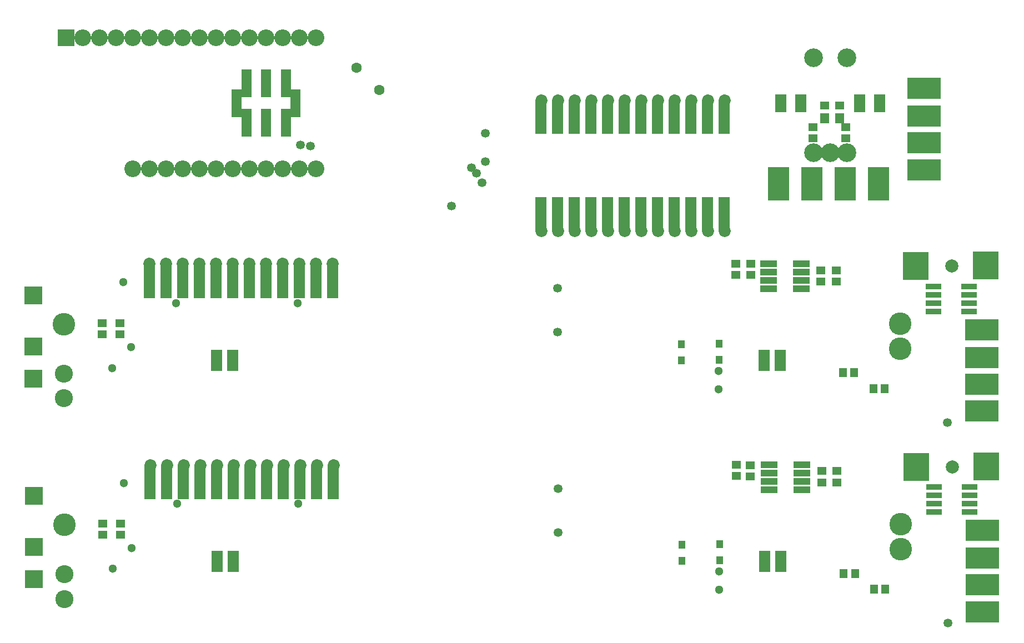
<source format=gbr>
%FSLAX34Y34*%
%MOMM*%
%LNSOLDERMASK_TOP*%
G71*
G01*
%ADD10C,2.850*%
%ADD11R,1.400X1.300*%
%ADD12R,1.400X1.650*%
%ADD13R,3.250X5.200*%
%ADD14R,1.700X2.800*%
%ADD15C,2.750*%
%ADD16C,3.450*%
%ADD17R,2.400X0.900*%
%ADD18R,4.000X4.200*%
%ADD19R,4.000X4.250*%
%ADD20R,5.200X3.250*%
%ADD21C,2.000*%
%ADD22R,1.700X3.200*%
%ADD23R,1.750X5.200*%
%ADD24R,1.100X1.250*%
%ADD25R,1.300X1.400*%
%ADD26C,1.300*%
%ADD27R,2.700X2.700*%
%ADD28R,2.600X1.000*%
%ADD29C,1.850*%
%ADD30C,1.350*%
%ADD31R,1.500X4.200*%
%ADD32C,2.550*%
%ADD33C,1.600*%
%LPD*%
X1211100Y1287700D02*
G54D10*
D03*
X1261100Y1287700D02*
G54D10*
D03*
X1236100Y1287700D02*
G54D10*
D03*
X1211100Y1432700D02*
G54D10*
D03*
X1261100Y1432700D02*
G54D10*
D03*
X1209600Y1326200D02*
G54D11*
D03*
X1209600Y1309200D02*
G54D11*
D03*
X1259600Y1326200D02*
G54D11*
D03*
X1259600Y1309200D02*
G54D11*
D03*
X1227600Y1359200D02*
G54D11*
D03*
X1227600Y1340200D02*
G54D12*
D03*
X1250600Y1359200D02*
G54D11*
D03*
X1250600Y1340200D02*
G54D12*
D03*
X1208500Y1240300D02*
G54D13*
D03*
X1259300Y1240300D02*
G54D13*
D03*
X1310100Y1240300D02*
G54D13*
D03*
X1157700Y1240300D02*
G54D13*
D03*
X1161100Y1362700D02*
G54D14*
D03*
X1191100Y1362700D02*
G54D14*
D03*
X1281100Y1362700D02*
G54D14*
D03*
X1311100Y1362700D02*
G54D14*
D03*
X67800Y913200D02*
G54D15*
D03*
X67800Y950900D02*
G54D15*
D03*
X67800Y1026300D02*
G54D16*
D03*
X1342700Y989000D02*
G54D16*
D03*
X1342700Y1026700D02*
G54D16*
D03*
X1393400Y1083500D02*
G54D17*
D03*
X1393400Y1070800D02*
G54D17*
D03*
X1393400Y1058100D02*
G54D17*
D03*
X1393400Y1045400D02*
G54D17*
D03*
X1447400Y1045400D02*
G54D17*
D03*
X1447400Y1058100D02*
G54D17*
D03*
X1447400Y1070800D02*
G54D17*
D03*
X1447400Y1083500D02*
G54D17*
D03*
X1473400Y1115500D02*
G54D18*
D03*
X1366400Y1114500D02*
G54D19*
D03*
X1467400Y1017500D02*
G54D20*
D03*
X1467400Y975500D02*
G54D20*
D03*
X1467400Y934500D02*
G54D20*
D03*
X1467400Y893500D02*
G54D20*
D03*
X1421503Y1114674D02*
G54D21*
D03*
X300200Y970500D02*
G54D22*
D03*
X325100Y970500D02*
G54D22*
D03*
X1135200Y970500D02*
G54D22*
D03*
X1160100Y970500D02*
G54D22*
D03*
X1135200Y970500D02*
G54D22*
D03*
X1160100Y970500D02*
G54D22*
D03*
X477700Y1091000D02*
G54D23*
D03*
X452300Y1091000D02*
G54D23*
D03*
X426900Y1091000D02*
G54D23*
D03*
X401500Y1091000D02*
G54D23*
D03*
X376100Y1091000D02*
G54D23*
D03*
X350700Y1091000D02*
G54D23*
D03*
X325300Y1091000D02*
G54D23*
D03*
X299900Y1091000D02*
G54D23*
D03*
X274500Y1091000D02*
G54D23*
D03*
X249100Y1091000D02*
G54D23*
D03*
X223700Y1091000D02*
G54D23*
D03*
X198300Y1091000D02*
G54D23*
D03*
X1009344Y970953D02*
G54D24*
D03*
X1009344Y995653D02*
G54D24*
D03*
X1066344Y971753D02*
G54D24*
D03*
X1066344Y996453D02*
G54D24*
D03*
X1272800Y952000D02*
G54D25*
D03*
X1255800Y952000D02*
G54D25*
D03*
X1319000Y928100D02*
G54D25*
D03*
X1302000Y928100D02*
G54D25*
D03*
X1066000Y927000D02*
G54D26*
D03*
X1066000Y955000D02*
G54D26*
D03*
X21000Y1070000D02*
G54D27*
D03*
X21000Y992000D02*
G54D27*
D03*
X21000Y943000D02*
G54D27*
D03*
X158000Y1090000D02*
G54D26*
D03*
X126000Y1011000D02*
G54D11*
D03*
X126000Y1028000D02*
G54D11*
D03*
X153000Y1011000D02*
G54D11*
D03*
X153000Y1028000D02*
G54D11*
D03*
X141000Y959000D02*
G54D26*
D03*
X170000Y991000D02*
G54D26*
D03*
X1142066Y1117801D02*
G54D28*
D03*
X1142066Y1105101D02*
G54D28*
D03*
X1142066Y1092401D02*
G54D28*
D03*
X1142067Y1079701D02*
G54D28*
D03*
X1192066Y1079701D02*
G54D28*
D03*
X1192066Y1092401D02*
G54D28*
D03*
X1192066Y1105101D02*
G54D28*
D03*
X1192066Y1117801D02*
G54D28*
D03*
X1222000Y1091000D02*
G54D11*
D03*
X1222000Y1108000D02*
G54D11*
D03*
X1245000Y1091000D02*
G54D11*
D03*
X1245000Y1108000D02*
G54D11*
D03*
X1092000Y1118000D02*
G54D11*
D03*
X1092000Y1101000D02*
G54D11*
D03*
X1115000Y1101000D02*
G54D11*
D03*
X1115000Y1118000D02*
G54D11*
D03*
X239000Y1058000D02*
G54D26*
D03*
X424200Y1058000D02*
G54D26*
D03*
X223700Y1091000D02*
G54D26*
D03*
X249100Y1091000D02*
G54D26*
D03*
X274500Y1091000D02*
G54D26*
D03*
X299900Y1091000D02*
G54D26*
D03*
X325300Y1091000D02*
G54D26*
D03*
X350700Y1091000D02*
G54D26*
D03*
X376100Y1091000D02*
G54D26*
D03*
X401500Y1091000D02*
G54D26*
D03*
X426900Y1091000D02*
G54D26*
D03*
X452300Y1091000D02*
G54D26*
D03*
X477700Y1091000D02*
G54D26*
D03*
X198300Y1091000D02*
G54D26*
D03*
X198400Y1118200D02*
G54D29*
D03*
X223800Y1118200D02*
G54D29*
D03*
X249200Y1118200D02*
G54D29*
D03*
X274600Y1118200D02*
G54D29*
D03*
X300000Y1118200D02*
G54D29*
D03*
X325400Y1118200D02*
G54D29*
D03*
X350800Y1118200D02*
G54D29*
D03*
X376200Y1118200D02*
G54D29*
D03*
X401600Y1118200D02*
G54D29*
D03*
X427000Y1118200D02*
G54D29*
D03*
X452400Y1118200D02*
G54D29*
D03*
X477800Y1118200D02*
G54D29*
D03*
X1379400Y1385500D02*
G54D30*
D03*
X1259300Y1240300D02*
G54D30*
D03*
X1208500Y1240300D02*
G54D30*
D03*
X820000Y1081000D02*
G54D30*
D03*
X820000Y1014000D02*
G54D30*
D03*
X1415000Y876000D02*
G54D30*
D03*
X68800Y607200D02*
G54D15*
D03*
X68800Y644900D02*
G54D15*
D03*
X68800Y720300D02*
G54D16*
D03*
X1343700Y683000D02*
G54D16*
D03*
X1343700Y720700D02*
G54D16*
D03*
X1394400Y777500D02*
G54D17*
D03*
X1394400Y764800D02*
G54D17*
D03*
X1394400Y752100D02*
G54D17*
D03*
X1394400Y739400D02*
G54D17*
D03*
X1448400Y739400D02*
G54D17*
D03*
X1448400Y752100D02*
G54D17*
D03*
X1448400Y764800D02*
G54D17*
D03*
X1448400Y777500D02*
G54D17*
D03*
X1474400Y809500D02*
G54D18*
D03*
X1367400Y808500D02*
G54D19*
D03*
X1468400Y711500D02*
G54D20*
D03*
X1468400Y669500D02*
G54D20*
D03*
X1468400Y628500D02*
G54D20*
D03*
X1468400Y587500D02*
G54D20*
D03*
X1422503Y808674D02*
G54D21*
D03*
X301200Y664500D02*
G54D22*
D03*
X326100Y664500D02*
G54D22*
D03*
X1136200Y664500D02*
G54D22*
D03*
X1161100Y664500D02*
G54D22*
D03*
X1136200Y664500D02*
G54D22*
D03*
X1161100Y664500D02*
G54D22*
D03*
X478700Y785000D02*
G54D23*
D03*
X453300Y785000D02*
G54D23*
D03*
X427900Y785000D02*
G54D23*
D03*
X402500Y785000D02*
G54D23*
D03*
X377100Y785000D02*
G54D23*
D03*
X351700Y785000D02*
G54D23*
D03*
X326300Y785000D02*
G54D23*
D03*
X300900Y785000D02*
G54D23*
D03*
X275500Y785000D02*
G54D23*
D03*
X250100Y785000D02*
G54D23*
D03*
X224700Y785000D02*
G54D23*
D03*
X199300Y785000D02*
G54D23*
D03*
X1010344Y664953D02*
G54D24*
D03*
X1010344Y689653D02*
G54D24*
D03*
X1067344Y665753D02*
G54D24*
D03*
X1067344Y690453D02*
G54D24*
D03*
X1273800Y646000D02*
G54D25*
D03*
X1256800Y646000D02*
G54D25*
D03*
X1320000Y622100D02*
G54D25*
D03*
X1303000Y622100D02*
G54D25*
D03*
X1067000Y621000D02*
G54D26*
D03*
X1067000Y649000D02*
G54D26*
D03*
X22000Y764000D02*
G54D27*
D03*
X22000Y686000D02*
G54D27*
D03*
X22000Y637000D02*
G54D27*
D03*
X159000Y784000D02*
G54D26*
D03*
X127000Y705000D02*
G54D11*
D03*
X127000Y722000D02*
G54D11*
D03*
X154000Y705000D02*
G54D11*
D03*
X154000Y722000D02*
G54D11*
D03*
X142000Y653000D02*
G54D26*
D03*
X171000Y685000D02*
G54D26*
D03*
X1143066Y811801D02*
G54D28*
D03*
X1143066Y799101D02*
G54D28*
D03*
X1143066Y786401D02*
G54D28*
D03*
X1143067Y773701D02*
G54D28*
D03*
X1193066Y773701D02*
G54D28*
D03*
X1193066Y786401D02*
G54D28*
D03*
X1193066Y799101D02*
G54D28*
D03*
X1193066Y811801D02*
G54D28*
D03*
X1223000Y785000D02*
G54D11*
D03*
X1223000Y802000D02*
G54D11*
D03*
X1246000Y785000D02*
G54D11*
D03*
X1246000Y802000D02*
G54D11*
D03*
X1093000Y812000D02*
G54D11*
D03*
X1093000Y795000D02*
G54D11*
D03*
X1114000Y794000D02*
G54D11*
D03*
X1114000Y811000D02*
G54D11*
D03*
X240000Y752000D02*
G54D26*
D03*
X425200Y752000D02*
G54D26*
D03*
X224700Y785000D02*
G54D26*
D03*
X250100Y785000D02*
G54D26*
D03*
X275500Y785000D02*
G54D26*
D03*
X300900Y785000D02*
G54D26*
D03*
X326300Y785000D02*
G54D26*
D03*
X351700Y785000D02*
G54D26*
D03*
X377100Y785000D02*
G54D26*
D03*
X402500Y785000D02*
G54D26*
D03*
X427900Y785000D02*
G54D26*
D03*
X453300Y785000D02*
G54D26*
D03*
X478700Y785000D02*
G54D26*
D03*
X199300Y785000D02*
G54D26*
D03*
X821000Y775000D02*
G54D30*
D03*
X821000Y708000D02*
G54D30*
D03*
X1416000Y570000D02*
G54D30*
D03*
X199400Y811200D02*
G54D29*
D03*
X224800Y811200D02*
G54D29*
D03*
X250200Y811200D02*
G54D29*
D03*
X275600Y811200D02*
G54D29*
D03*
X301000Y811200D02*
G54D29*
D03*
X326400Y811200D02*
G54D29*
D03*
X351800Y811200D02*
G54D29*
D03*
X377200Y811200D02*
G54D29*
D03*
X402600Y811200D02*
G54D29*
D03*
X428000Y811200D02*
G54D29*
D03*
X453400Y811200D02*
G54D29*
D03*
X478800Y811200D02*
G54D29*
D03*
X1379400Y1385500D02*
G54D20*
D03*
X1379400Y1343500D02*
G54D20*
D03*
X1379400Y1302500D02*
G54D20*
D03*
X1379400Y1261500D02*
G54D20*
D03*
X1379400Y1343500D02*
G54D30*
D03*
X1379400Y1302500D02*
G54D30*
D03*
X1379400Y1261500D02*
G54D30*
D03*
X820700Y1194000D02*
G54D26*
D03*
X846100Y1194000D02*
G54D26*
D03*
X871500Y1194000D02*
G54D26*
D03*
X896900Y1194000D02*
G54D26*
D03*
X922300Y1194000D02*
G54D26*
D03*
X947700Y1194000D02*
G54D26*
D03*
X973100Y1194000D02*
G54D26*
D03*
X998500Y1194000D02*
G54D26*
D03*
X1023900Y1194000D02*
G54D26*
D03*
X1049300Y1194000D02*
G54D26*
D03*
X1074700Y1194000D02*
G54D26*
D03*
X795300Y1194000D02*
G54D26*
D03*
X1074700Y1194000D02*
G54D23*
D03*
X1049300Y1194000D02*
G54D23*
D03*
X1023900Y1194000D02*
G54D23*
D03*
X998500Y1194000D02*
G54D23*
D03*
X973100Y1194000D02*
G54D23*
D03*
X947700Y1194000D02*
G54D23*
D03*
X922300Y1194000D02*
G54D23*
D03*
X896900Y1194000D02*
G54D23*
D03*
X871500Y1194000D02*
G54D23*
D03*
X846100Y1194000D02*
G54D23*
D03*
X820700Y1194000D02*
G54D23*
D03*
X795300Y1194000D02*
G54D23*
D03*
X1074700Y1342000D02*
G54D23*
D03*
X1049300Y1342000D02*
G54D23*
D03*
X1023900Y1342000D02*
G54D23*
D03*
X998500Y1342000D02*
G54D23*
D03*
X973100Y1342000D02*
G54D23*
D03*
X947700Y1342000D02*
G54D23*
D03*
X922300Y1342000D02*
G54D23*
D03*
X896900Y1342000D02*
G54D23*
D03*
X871500Y1342000D02*
G54D23*
D03*
X846100Y1342000D02*
G54D23*
D03*
X820700Y1342000D02*
G54D23*
D03*
X795300Y1342000D02*
G54D23*
D03*
X820700Y1342000D02*
G54D26*
D03*
X846100Y1342000D02*
G54D26*
D03*
X871500Y1342000D02*
G54D26*
D03*
X896900Y1342000D02*
G54D26*
D03*
X922300Y1342000D02*
G54D26*
D03*
X947700Y1342000D02*
G54D26*
D03*
X973100Y1342000D02*
G54D26*
D03*
X998500Y1342000D02*
G54D26*
D03*
X1023900Y1342000D02*
G54D26*
D03*
X1049300Y1342000D02*
G54D26*
D03*
X1074700Y1342000D02*
G54D26*
D03*
X795300Y1342000D02*
G54D26*
D03*
X795400Y1168200D02*
G54D29*
D03*
X820800Y1168200D02*
G54D29*
D03*
X846200Y1168200D02*
G54D29*
D03*
X871600Y1168200D02*
G54D29*
D03*
X897000Y1168200D02*
G54D29*
D03*
X922400Y1168200D02*
G54D29*
D03*
X947800Y1168200D02*
G54D29*
D03*
X973200Y1168200D02*
G54D29*
D03*
X998600Y1168200D02*
G54D29*
D03*
X1024000Y1168200D02*
G54D29*
D03*
X1049400Y1168200D02*
G54D29*
D03*
X1074800Y1168200D02*
G54D29*
D03*
X795400Y1367200D02*
G54D29*
D03*
X820800Y1367200D02*
G54D29*
D03*
X846200Y1367200D02*
G54D29*
D03*
X871600Y1367200D02*
G54D29*
D03*
X897000Y1367200D02*
G54D29*
D03*
X922400Y1367200D02*
G54D29*
D03*
X947800Y1367200D02*
G54D29*
D03*
X973200Y1367200D02*
G54D29*
D03*
X998600Y1367200D02*
G54D29*
D03*
X1024000Y1367200D02*
G54D29*
D03*
X1049400Y1367200D02*
G54D29*
D03*
X1074800Y1367200D02*
G54D29*
D03*
X331000Y1363000D02*
G54D31*
D03*
X421000Y1363000D02*
G54D31*
D03*
X346000Y1393000D02*
G54D31*
D03*
X376000Y1393000D02*
G54D31*
D03*
X406000Y1393000D02*
G54D31*
D03*
X406000Y1333000D02*
G54D31*
D03*
X376000Y1333000D02*
G54D31*
D03*
X346000Y1333000D02*
G54D31*
D03*
G36*
X58250Y1475750D02*
X83750Y1475750D01*
X83750Y1450250D01*
X58250Y1450250D01*
X58250Y1475750D01*
G37*
X96400Y1463000D02*
G54D32*
D03*
X121800Y1463000D02*
G54D32*
D03*
X147200Y1463000D02*
G54D32*
D03*
X172600Y1463000D02*
G54D32*
D03*
X198000Y1463000D02*
G54D32*
D03*
X223400Y1463000D02*
G54D32*
D03*
X248800Y1463000D02*
G54D32*
D03*
X274200Y1463000D02*
G54D32*
D03*
X299600Y1463000D02*
G54D32*
D03*
X325000Y1463000D02*
G54D32*
D03*
X350400Y1463000D02*
G54D32*
D03*
X375800Y1463000D02*
G54D32*
D03*
X401200Y1463000D02*
G54D32*
D03*
X426600Y1463000D02*
G54D32*
D03*
X452000Y1463000D02*
G54D32*
D03*
X172600Y1263000D02*
G54D32*
D03*
X198000Y1263000D02*
G54D32*
D03*
X223400Y1263000D02*
G54D32*
D03*
X248800Y1263000D02*
G54D32*
D03*
X274200Y1263000D02*
G54D32*
D03*
X299600Y1263000D02*
G54D32*
D03*
X325000Y1263000D02*
G54D32*
D03*
X350400Y1263000D02*
G54D32*
D03*
X375800Y1263000D02*
G54D32*
D03*
X401200Y1263000D02*
G54D32*
D03*
X426600Y1263000D02*
G54D32*
D03*
X452000Y1263000D02*
G54D32*
D03*
X514000Y1417000D02*
G54D33*
D03*
X549000Y1383000D02*
G54D33*
D03*
X705000Y1242000D02*
G54D30*
D03*
X659000Y1206000D02*
G54D30*
D03*
X428000Y1299000D02*
G54D30*
D03*
X444000Y1298000D02*
G54D30*
D03*
X710000Y1274000D02*
G54D30*
D03*
X710000Y1317000D02*
G54D30*
D03*
X697000Y1256000D02*
G54D30*
D03*
X689000Y1265000D02*
G54D30*
D03*
M02*

</source>
